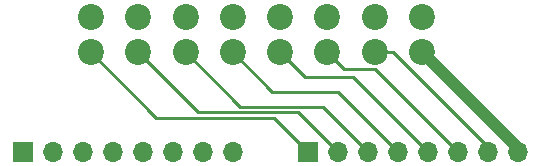
<source format=gbr>
%TF.GenerationSoftware,KiCad,Pcbnew,5.1.10*%
%TF.CreationDate,2021-08-17T12:22:00-04:00*%
%TF.ProjectId,OBD_BO,4f42445f-424f-42e6-9b69-6361645f7063,rev?*%
%TF.SameCoordinates,Original*%
%TF.FileFunction,Copper,L1,Top*%
%TF.FilePolarity,Positive*%
%FSLAX46Y46*%
G04 Gerber Fmt 4.6, Leading zero omitted, Abs format (unit mm)*
G04 Created by KiCad (PCBNEW 5.1.10) date 2021-08-17 12:22:00*
%MOMM*%
%LPD*%
G01*
G04 APERTURE LIST*
%TA.AperFunction,ComponentPad*%
%ADD10O,1.700000X1.700000*%
%TD*%
%TA.AperFunction,ComponentPad*%
%ADD11R,1.700000X1.700000*%
%TD*%
%TA.AperFunction,ComponentPad*%
%ADD12C,2.200000*%
%TD*%
%TA.AperFunction,Conductor*%
%ADD13C,1.000000*%
%TD*%
%TA.AperFunction,Conductor*%
%ADD14C,0.250000*%
%TD*%
G04 APERTURE END LIST*
D10*
%TO.P,J3,8*%
%TO.N,Net-(J1-Pad16)*%
X125730000Y-85090000D03*
%TO.P,J3,7*%
%TO.N,Net-(J1-Pad15)*%
X123190000Y-85090000D03*
%TO.P,J3,6*%
%TO.N,Net-(J1-Pad14)*%
X120650000Y-85090000D03*
%TO.P,J3,5*%
%TO.N,Net-(J1-Pad13)*%
X118110000Y-85090000D03*
%TO.P,J3,4*%
%TO.N,Net-(J1-Pad12)*%
X115570000Y-85090000D03*
%TO.P,J3,3*%
%TO.N,Net-(J1-Pad11)*%
X113030000Y-85090000D03*
%TO.P,J3,2*%
%TO.N,Net-(J1-Pad10)*%
X110490000Y-85090000D03*
D11*
%TO.P,J3,1*%
%TO.N,Net-(J1-Pad9)*%
X107950000Y-85090000D03*
%TD*%
D10*
%TO.P,J2,8*%
%TO.N,Net-(J1-Pad8)*%
X101600000Y-85090000D03*
%TO.P,J2,7*%
%TO.N,Net-(J1-Pad7)*%
X99060000Y-85090000D03*
%TO.P,J2,6*%
%TO.N,Net-(J1-Pad6)*%
X96520000Y-85090000D03*
%TO.P,J2,5*%
%TO.N,Net-(J1-Pad5)*%
X93980000Y-85090000D03*
%TO.P,J2,4*%
%TO.N,Net-(J1-Pad4)*%
X91440000Y-85090000D03*
%TO.P,J2,3*%
%TO.N,Net-(J1-Pad3)*%
X88900000Y-85090000D03*
%TO.P,J2,2*%
%TO.N,Net-(J1-Pad2)*%
X86360000Y-85090000D03*
D11*
%TO.P,J2,1*%
%TO.N,Net-(J1-Pad1)*%
X83820000Y-85090000D03*
%TD*%
D12*
%TO.P,J1,16*%
%TO.N,Net-(J1-Pad16)*%
X117600000Y-76660000D03*
%TO.P,J1,15*%
%TO.N,Net-(J1-Pad15)*%
X113600000Y-76660000D03*
%TO.P,J1,14*%
%TO.N,Net-(J1-Pad14)*%
X109600000Y-76660000D03*
%TO.P,J1,13*%
%TO.N,Net-(J1-Pad13)*%
X105600000Y-76660000D03*
%TO.P,J1,12*%
%TO.N,Net-(J1-Pad12)*%
X101600000Y-76660000D03*
%TO.P,J1,11*%
%TO.N,Net-(J1-Pad11)*%
X97600000Y-76660000D03*
%TO.P,J1,10*%
%TO.N,Net-(J1-Pad10)*%
X93600000Y-76660000D03*
%TO.P,J1,9*%
%TO.N,Net-(J1-Pad9)*%
X89600000Y-76660000D03*
%TO.P,J1,8*%
%TO.N,Net-(J1-Pad8)*%
X117600000Y-73660000D03*
%TO.P,J1,7*%
%TO.N,Net-(J1-Pad7)*%
X113600000Y-73660000D03*
%TO.P,J1,6*%
%TO.N,Net-(J1-Pad6)*%
X109600000Y-73660000D03*
%TO.P,J1,5*%
%TO.N,Net-(J1-Pad5)*%
X105600000Y-73660000D03*
%TO.P,J1,4*%
%TO.N,Net-(J1-Pad4)*%
X101600000Y-73660000D03*
%TO.P,J1,3*%
%TO.N,Net-(J1-Pad3)*%
X97600000Y-73660000D03*
%TO.P,J1,2*%
%TO.N,Net-(J1-Pad2)*%
X93600000Y-73660000D03*
%TO.P,J1,1*%
%TO.N,Net-(J1-Pad1)*%
X89600000Y-73660000D03*
%TD*%
D13*
%TO.N,Net-(J1-Pad16)*%
X125730000Y-84790000D02*
X125730000Y-85090000D01*
X117600000Y-76660000D02*
X125730000Y-84790000D01*
D14*
%TO.N,Net-(J1-Pad15)*%
X123190000Y-84694366D02*
X123190000Y-85090000D01*
X115155634Y-76660000D02*
X123190000Y-84694366D01*
X113600000Y-76660000D02*
X115155634Y-76660000D01*
%TO.N,Net-(J1-Pad14)*%
X113645001Y-78085001D02*
X120650000Y-85090000D01*
X111025001Y-78085001D02*
X113645001Y-78085001D01*
X109600000Y-76660000D02*
X111025001Y-78085001D01*
%TO.N,Net-(J1-Pad13)*%
X105600000Y-76660000D02*
X107680000Y-78740000D01*
X111760000Y-78740000D02*
X118110000Y-85090000D01*
X107680000Y-78740000D02*
X111760000Y-78740000D01*
%TO.N,Net-(J1-Pad12)*%
X101600000Y-76660000D02*
X104950000Y-80010000D01*
X110490000Y-80010000D02*
X115570000Y-85090000D01*
X104950000Y-80010000D02*
X110490000Y-80010000D01*
%TO.N,Net-(J1-Pad11)*%
X97600000Y-76660000D02*
X102220000Y-81280000D01*
X109220000Y-81280000D02*
X113030000Y-85090000D01*
X102220000Y-81280000D02*
X109220000Y-81280000D01*
%TO.N,Net-(J1-Pad10)*%
X107130010Y-81730010D02*
X110490000Y-85090000D01*
X98670010Y-81730010D02*
X107130010Y-81730010D01*
X93600000Y-76660000D02*
X98670010Y-81730010D01*
%TO.N,Net-(J1-Pad9)*%
X105040020Y-82180020D02*
X107950000Y-85090000D01*
X95120020Y-82180020D02*
X105040020Y-82180020D01*
X89600000Y-76660000D02*
X95120020Y-82180020D01*
%TD*%
M02*

</source>
